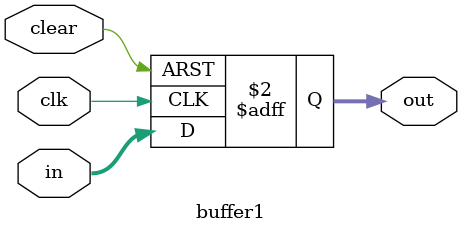
<source format=v>

module buffer1 #(
	parameter word_size = 8
)(
	in,
	out,
	clk,
	clear
);

input [0:word_size-1] in;
input clk;
input clear;

output reg [0:word_size-1] out;

always @(posedge clk or posedge clear)
begin
 if(clear)
  begin
   out <= {word_size{1'b0}};
  end
 else
  begin
   out <= in;
  end
end

endmodule

</source>
